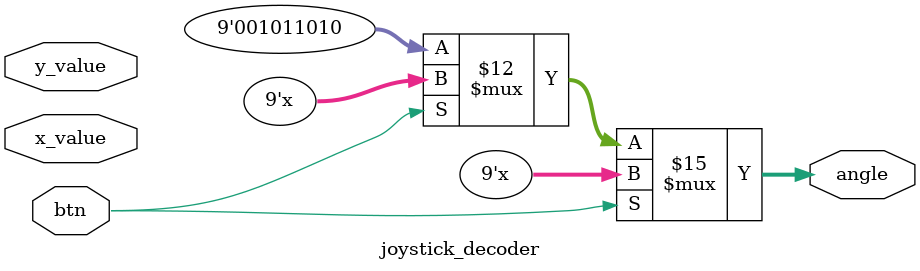
<source format=v>
/** Aaron Joseph Nanas
 ** ECE 526
 ** Professor Orod Haghighiara
 ** Final Project: Servo-Controlled Robot Arm
 ** Module: joystick_decoder.v
 **
 ** Description: This module will read the input of the joystick, and
 ** depending on which push button is pressed, the specified servo will
 ** rotate to the calculated angle value.
**/

`timescale 1ns / 1ps

module joystick_decoder(btn, x_value, y_value, angle);
    input btn;
    input [9:0] x_value;
    input [9:0] y_value;
    output reg [8:0] angle;
    
    reg [8:0] angle_temp;
    
    // 
    always @(x_value, y_value, btn) begin
        // If the joystick moves right or up, update the angle to current joystick input data
        if (x_value > 512 || y_value > 512)
            angle_temp <= (x_value + y_value)/10;
            if (btn)
                angle <= angle_temp;
            else if (!btn)
                angle <= 9'd90;
        // If the joystick moves left or down, reset angle to 0
        else if (x_value < 300 || y_value < 300)
            angle_temp <= 9'd0;
            
    end
endmodule

</source>
